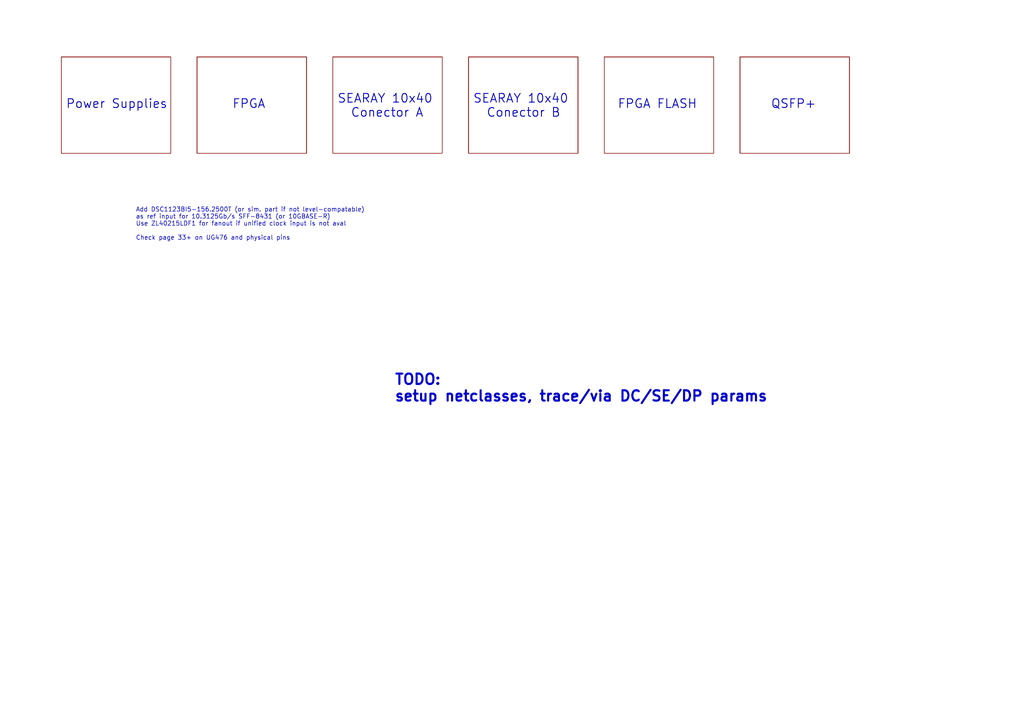
<source format=kicad_sch>
(kicad_sch (version 20230121) (generator eeschema)
  (paper "A4")
  (title_block (title "TBD ") (date "2023-12-22") (rev "A") (company "Jordan Harris-Toovy") (comment 1 "Mainboard for Capstone Project at Oregon Tech"))
  (lib_symbols)
  (text "TODO:\nsetup netclasses, trace/via DC/SE/DP params" (at 114.3 116.84 0) (effects (font (size 3 3) (thickness 0.6) bold) (justify left bottom)))
  (text "FPGA FLASH" (at 179.07 31.75 0) (effects (font (size 2.54 2.54) (thickness 0.254) bold) (justify left bottom)))
  (text "SEARAY 10x40\n  Conector B" (at 137.16 34.29 0) (effects (font (size 2.54 2.54) (thickness 0.254) bold) (justify left bottom)))
  (text "FPGA" (at 67.31 31.75 0) (effects (font (size 2.54 2.54) (thickness 0.254) bold) (justify left bottom)))
  (text "QSFP+" (at 223.52 31.75 0) (effects (font (size 2.54 2.54) (thickness 0.254) bold) (justify left bottom)))
  (text "Power Supplies" (at 19.05 31.75 0) (effects (font (size 2.54 2.54) (thickness 0.254) bold) (justify left bottom)))
  (text "Add DSC1123BI5-156.2500T (or sim. part if not level-compatable)\nas ref input for 10.3125Gb/s SFF-8431 (or 10GBASE-R)\nUse ZL40215LDF1 for fanout if unified clock input is not aval\n\nCheck page 33+ on UG476 and physical pins" (at 39.37 69.85 0) (effects (font (size 1.27 1.27)) (justify left bottom)))
  (text "SEARAY 10x40\n  Conector A" (at 97.79 34.29 0) (effects (font (size 2.54 2.54) (thickness 0.254) bold) (justify left bottom)))
  (sheet (at 57.15 16.51) (size 31.75 27.94) (stroke (width 0.1524))
    (property "Sheetname" "FPGA" (effects hide))
    (property "Sheetfile" "FPGA_Main.kicad_sch" (effects hide))
  )
  (sheet (at 96.52 16.51) (size 31.75 27.94) (stroke (width 0.1524))
    (property "Sheetname" "SEARAY Connector A" (effects hide))
    (property "Sheetfile" "SEARAY_Connector_A.kicad_sch" (effects hide))
  )
  (sheet (at 214.63 16.51) (size 31.75 27.94) (stroke (width 0.1524))
    (property "Sheetname" "QSFP+" (effects hide))
    (property "Sheetfile" "QSFP2.kicad_sch" (effects hide))
  )
  (sheet (at 175.26 16.51) (size 31.75 27.94) (stroke (width 0.1524))
    (property "Sheetname" "FPGA FLASH" (effects hide))
    (property "Sheetfile" "FPGA_FLASH.kicad_sch" (effects hide))
  )
  (sheet (at 17.78 16.51) (size 31.75 27.94) (stroke (width 0.1524))
    (property "Sheetname" "Power Supplies" (effects hide))
    (property "Sheetfile" "Power_Supplies.kicad_sch" (effects hide))
  )
  (sheet (at 135.89 16.51) (size 31.75 27.94) (stroke (width 0.1524))
    (property "Sheetname" "SEARAY Connector B" (effects hide))
    (property "Sheetfile" "SEARAY_Connector_B.kicad_sch" (effects hide))
  )
)
</source>
